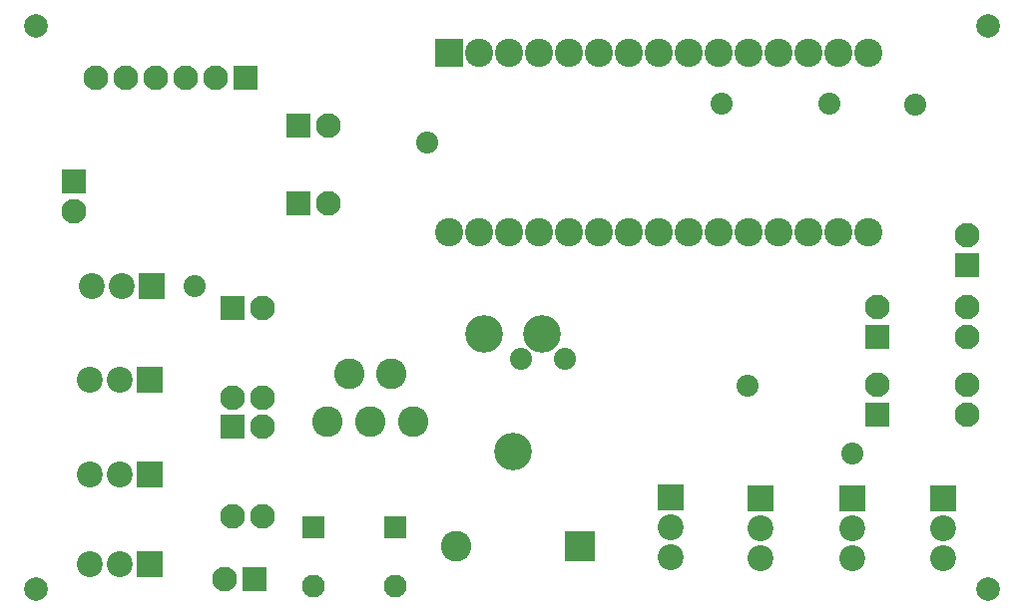
<source format=gbr>
%FSDAX33Y33*%
%MOMM*%
%SFA1B1*%

%IPPOS*%
%ADD14R,1.949999X1.949999*%
%ADD15C,1.949999*%
%ADD16C,2.399998*%
%ADD17R,2.399998X2.399998*%
%ADD18R,2.099998X2.099998*%
%ADD19C,2.099998*%
%ADD20C,2.199996*%
%ADD21R,2.199996X2.199996*%
%ADD22C,2.600000*%
%ADD23R,2.600000X2.600000*%
%ADD24C,3.199999*%
%ADD25C,2.000001*%
%ADD26C,1.869999*%
%LNfilm_bottom_solder-1*%
%LPD*%
G54D19*
X089382Y029032D03*
Y031572D03*
Y035636D03*
Y038176D03*
G54D18*
X089382Y041732D03*
G54D19*
X089382Y044272D03*
G54D20*
X087350Y016818D03*
Y019358D03*
G54D21*
X087350Y021898D03*
G54D18*
X081762Y029032D03*
G54D19*
X081762Y031572D03*
G54D18*
X081762Y035636D03*
G54D19*
X081762Y038176D03*
G54D16*
X081000Y044526D03*
Y059766D03*
G54D20*
X079603Y016818D03*
Y019358D03*
G54D21*
X079603Y021898D03*
G54D16*
X078460Y044526D03*
Y059766D03*
X075920Y044526D03*
Y059766D03*
X073380Y044526D03*
Y059766D03*
G54D20*
X071856Y016818D03*
Y019358D03*
G54D21*
X071856Y021898D03*
G54D16*
X070840Y044526D03*
Y059766D03*
X068300Y044526D03*
Y059766D03*
X065760Y044526D03*
Y059766D03*
G54D20*
X064236Y016945D03*
Y019485D03*
G54D21*
X064236Y022025D03*
G54D16*
X063220Y044526D03*
Y059766D03*
X060680Y044526D03*
Y059766D03*
X058140Y044526D03*
Y059766D03*
G54D23*
X056489Y017856D03*
G54D16*
X055600Y044526D03*
Y059766D03*
G54D24*
X053314Y035890D03*
G54D16*
X053060Y044526D03*
Y059766D03*
G54D24*
X050814Y025890D03*
G54D16*
X050520Y044526D03*
Y059766D03*
G54D24*
X048414Y035890D03*
G54D16*
X047980Y044526D03*
Y059766D03*
G54D22*
X046029Y017856D03*
G54D16*
X045440Y044526D03*
G54D17*
X045440Y059766D03*
G54D22*
X042331Y028461D03*
G54D15*
X040868Y014485D03*
G54D14*
X040868Y019485D03*
G54D22*
X040531Y032461D03*
X038731Y028461D03*
X036931Y032461D03*
G54D19*
X035153Y046939D03*
Y053543D03*
G54D22*
X035131Y028461D03*
G54D15*
X033883Y014485D03*
G54D14*
X033883Y019485D03*
G54D18*
X032613Y046939D03*
Y053543D03*
G54D19*
X029565Y020396D03*
Y028016D03*
Y030429D03*
Y038049D03*
G54D18*
X028930Y015062D03*
X028168Y057607D03*
G54D19*
X027025Y020396D03*
G54D18*
X027025Y028016D03*
G54D19*
X027025Y030429D03*
G54D18*
X027025Y038049D03*
G54D19*
X026390Y015062D03*
X025628Y057607D03*
X023088D03*
X020548D03*
G54D21*
X020167Y039954D03*
X020040Y016332D03*
Y023952D03*
Y031953D03*
G54D19*
X018008Y057607D03*
G54D20*
X017627Y039954D03*
X017500Y016332D03*
Y023952D03*
Y031953D03*
G54D19*
X015468Y057607D03*
G54D20*
X015087Y039954D03*
X014960Y016332D03*
Y023952D03*
Y031953D03*
G54D19*
X013563Y046304D03*
G54D18*
X013563Y048844D03*
G54D25*
X091160Y014173D03*
Y062052D03*
G54D26*
X084937Y055321D03*
X079603Y025741D03*
X077698Y055448D03*
X070713Y031445D03*
X068554Y055448D03*
X055219Y033731D03*
X051536D03*
X043524Y052146D03*
X023850Y039954D03*
G54D25*
X010388Y014173D03*
Y062052D03*
M02*
</source>
